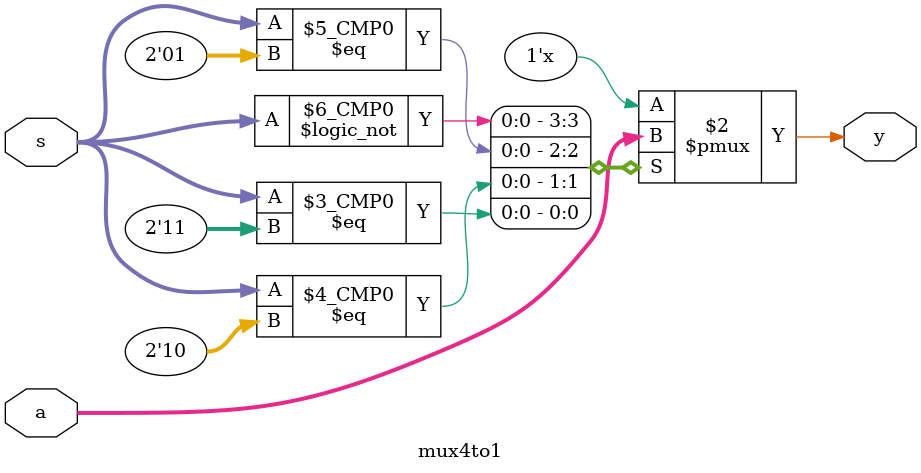
<source format=v>
`timescale 1ns / 1ps
module mux4to1(
   input [3:0] a,
   input [1:0] s,
   output reg y
    );
    always@(*) begin 
    case(s)
    2'b00: y = a[3];
    2'b01: y = a[2];
    2'b10: y = a[1];
    2'b11: y = a[0];
    endcase
    end
endmodule

</source>
